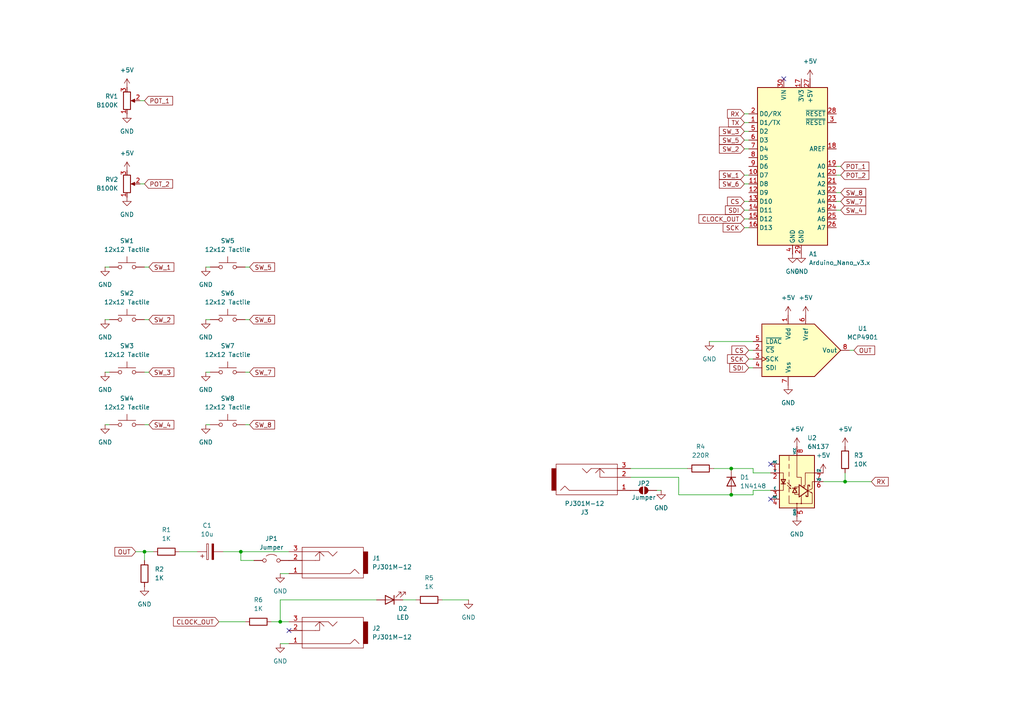
<source format=kicad_sch>
(kicad_sch (version 20231120) (generator "eeschema") (generator_version "8.0")
  (paper "A4")
  (lib_symbols
    (symbol "Analog_DAC:MCP4901" (pin_names (offset 1.016))
      (property "Reference" "U" (at 6.35 10.795 0))
      (property "Value" "MCP4901" (at 6.35 8.89 0))
      (symbol "MCP4901_0_0"
        (polyline (pts (xy 15.24 0) (xy 7.62 7.62) (xy -7.62 7.62) (xy -7.62 -7.62) (xy 7.62 -7.62) (xy 15.24 0)) (stroke (width 0.254)) (fill (type background)))
      )
      (symbol "MCP4901_1_1"
        (pin power_in line (at 0 10.16 270) (length 2.54) (name "Vdd") (number "1"))
        (pin input line (at -10.16 0 0) (length 2.54) (name "~{CS}") (number "2"))
        (pin input clock (at -10.16 -2.54 0) (length 2.54) (name "SCK") (number "3"))
        (pin input line (at -10.16 -5.08 0) (length 2.54) (name "SDI") (number "4"))
        (pin input line (at -10.16 2.54 0) (length 2.54) (name "~{LDAC}") (number "5"))
        (pin power_in line (at 5.08 10.16 270) (length 2.54) (name "Vref") (number "6"))
        (pin power_in line (at 0 -10.16 90) (length 2.54) (name "Vss") (number "7"))
        (pin output line (at 17.78 0 180) (length 2.54) (name "Vout") (number "8"))
      )
    )
    (symbol "Device:C_Polarized" (pin_numbers hide) (pin_names (offset 0.254))
      (property "Reference" "C" (at 0.635 2.54 0))
      (property "Value" "C_Polarized" (at 0.635 -2.54 0))
      (symbol "C_Polarized_0_1"
        (rectangle (start -2.286 0.508) (end 2.286 1.016))
        (polyline (pts (xy -1.778 2.286) (xy -0.762 2.286)))
        (polyline (pts (xy -1.27 2.794) (xy -1.27 1.778)))
        (rectangle (start 2.286 -0.508) (end -2.286 -1.016) (fill (type outline)))
      )
      (symbol "C_Polarized_1_1"
        (pin passive line (at 0 3.81 270) (length 2.794) (name "~") (number "1"))
        (pin passive line (at 0 -3.81 90) (length 2.794) (name "~") (number "2"))
      )
    )
    (symbol "Device:LED" (pin_numbers hide) (pin_names (offset 1.016) hide)
      (property "Reference" "D" (at 0 2.54 0))
      (property "Value" "LED" (at 0 -2.54 0))
      (symbol "LED_0_1"
        (polyline (pts (xy -1.27 -1.27) (xy -1.27 1.27)) (stroke (width 0.254)))
        (polyline (pts (xy -1.27 0) (xy 1.27 0)))
        (polyline (pts (xy 1.27 -1.27) (xy 1.27 1.27) (xy -1.27 0) (xy 1.27 -1.27)) (stroke (width 0.254)))
        (polyline (pts (xy -3.048 -0.762) (xy -4.572 -2.286) (xy -3.81 -2.286) (xy -4.572 -2.286) (xy -4.572 -1.524)))
        (polyline (pts (xy -1.778 -0.762) (xy -3.302 -2.286) (xy -2.54 -2.286) (xy -3.302 -2.286) (xy -3.302 -1.524)))
      )
      (symbol "LED_1_1"
        (pin passive line (at -3.81 0 0) (length 2.54) (name "K") (number "1"))
        (pin passive line (at 3.81 0 180) (length 2.54) (name "A") (number "2"))
      )
    )
    (symbol "Device:R" (pin_numbers hide) (pin_names (offset 0))
      (property "Reference" "R" (at 2.032 0 90))
      (property "Value" "R" (at 0 0 90))
      (symbol "R_0_1"
        (rectangle (start -1.016 -2.54) (end 1.016 2.54) (stroke (width 0.254)))
      )
      (symbol "R_1_1"
        (pin passive line (at 0 3.81 270) (length 1.27) (name "~") (number "1"))
        (pin passive line (at 0 -3.81 90) (length 1.27) (name "~") (number "2"))
      )
    )
    (symbol "Device:R_Potentiometer" (pin_names (offset 1.016) hide)
      (property "Reference" "RV" (at -4.445 0 90))
      (property "Value" "R_Potentiometer" (at -2.54 0 90))
      (symbol "R_Potentiometer_0_1"
        (polyline (pts (xy 2.54 0) (xy 1.524 0)))
        (polyline (pts (xy 1.143 0) (xy 2.286 0.508) (xy 2.286 -0.508) (xy 1.143 0)) (fill (type outline)))
        (rectangle (start 1.016 2.54) (end -1.016 -2.54) (stroke (width 0.254)))
      )
      (symbol "R_Potentiometer_1_1"
        (pin passive line (at 0 3.81 270) (length 1.27) (name "1") (number "1"))
        (pin passive line (at 3.81 0 180) (length 1.27) (name "2") (number "2"))
        (pin passive line (at 0 -3.81 90) (length 1.27) (name "3") (number "3"))
      )
    )
    (symbol "Diode:1N4148" (pin_numbers hide) (pin_names hide)
      (property "Reference" "D" (at 0 2.54 0))
      (property "Value" "1N4148" (at 0 -2.54 0))
      (symbol "1N4148_0_1"
        (polyline (pts (xy -1.27 1.27) (xy -1.27 -1.27)) (stroke (width 0.254)))
        (polyline (pts (xy 1.27 0) (xy -1.27 0)))
        (polyline (pts (xy 1.27 1.27) (xy 1.27 -1.27) (xy -1.27 0) (xy 1.27 1.27)) (stroke (width 0.254)))
      )
      (symbol "1N4148_1_1"
        (pin passive line (at -3.81 0 0) (length 2.54) (name "K") (number "1"))
        (pin passive line (at 3.81 0 180) (length 2.54) (name "A") (number "2"))
      )
    )
    (symbol "Isolator:6N137" (pin_names (offset 0))
      (property "Reference" "U" (at -4.064 8.89 0))
      (property "Value" "6N137" (at 0 -8.89 0))
      (symbol "6N137_0_1"
        (polyline (pts (xy 0 -6.35) (xy -2.286 -6.35) (xy -2.286 -4.064)))
        (polyline (pts (xy -5.08 -2.54) (xy -3.937 -2.54) (xy -3.937 2.54) (xy -5.08 2.54)))
        (polyline (pts (xy 1.27 -5.08) (xy 1.27 -6.35) (xy 0 -6.35) (xy 0 -7.62)))
        (polyline (pts (xy 3.175 -2.667) (xy 0.635 -4.445) (xy 0.635 -0.889) (xy 3.175 -2.667)) (stroke (width 0.254)))
        (polyline (pts (xy -2.794 -1.016) (xy -1.717 -2.093) (xy -2.076 -1.914) (xy -1.896 -1.734) (xy -1.717 -2.093)))
        (polyline (pts (xy -2.794 -0.254) (xy -1.717 -1.331) (xy -2.076 -1.152) (xy -1.896 -0.972) (xy -1.717 -1.331)))
      )
      (symbol "6N137_1_1"
        (rectangle (start -5.08 7.62) (end 5.08 -7.62) (stroke (width 0.254)) (fill (type background)))
        (circle (center 0 -6.35) (radius 0.127) (fill (type outline)))
        (polyline (pts (xy -4.572 -0.635) (xy -3.302 -0.635)) (stroke (width 0.254)))
        (polyline (pts (xy -2.286 -1.778) (xy -2.286 -3.048)))
        (polyline (pts (xy -2.286 0.508) (xy -2.286 -0.762)))
        (polyline (pts (xy -2.286 2.794) (xy -2.286 1.524)))
        (polyline (pts (xy -2.286 5.08) (xy -2.286 3.81)))
        (polyline (pts (xy -2.286 7.366) (xy -2.286 6.096)))
        (polyline (pts (xy -1.27 -1.905) (xy 0 -1.905)) (stroke (width 0.254)))
        (polyline (pts (xy -0.635 -3.302) (xy -0.635 -3.683) (xy 0.635 -3.683)))
        (polyline (pts (xy -0.635 -1.905) (xy -0.635 -1.524) (xy 0.508 -1.524)))
        (polyline (pts (xy 1.27 -4.064) (xy 1.27 -6.35) (xy 4.445 -6.35)))
        (polyline (pts (xy 3.175 -2.667) (xy 4.445 -3.302) (xy 4.445 -6.35)))
        (polyline (pts (xy -3.937 -0.635) (xy -4.572 0.635) (xy -3.302 0.635) (xy -3.937 -0.635)) (stroke (width 0.254)))
        (polyline (pts (xy -0.635 -1.905) (xy -1.27 -3.175) (xy 0 -3.175) (xy -0.635 -1.905)) (stroke (width 0.254)))
        (polyline (pts (xy 1.27 -1.27) (xy 1.27 1.27) (xy 0 1.27) (xy 0 7.62)))
        (polyline (pts (xy 2.1844 -1.1684) (xy 2.413 -0.889) (xy 2.413 2.54) (xy 5.08 2.54)))
        (polyline (pts (xy 3.175 -2.667) (xy 3.175 -4.318) (xy 2.667 -4.318) (xy 2.667 -3.937)) (stroke (width 0.254)))
        (polyline (pts (xy 3.175 -2.667) (xy 3.175 -1.016) (xy 3.683 -1.016) (xy 3.683 -1.397)) (stroke (width 0.254)))
        (polyline (pts (xy 3.175 -2.667) (xy 4.445 -2.032) (xy 4.445 0) (xy 5.08 0)))
        (polyline (pts (xy 4.445 -3.302) (xy 4.161 -3.018) (xy 4.047 -3.246) (xy 4.445 -3.302)) (stroke (width 0.127)) (fill (type outline)))
        (circle (center 1.27 -6.35) (radius 0.127) (fill (type outline)))
        (circle (center 2.032 -1.397) (radius 0.254))
        (pin passive line (at -7.62 5.08 0) (length 2.54) (name "NC") (number "1"))
        (pin passive line (at -7.62 2.54 0) (length 2.54) (name "A") (number "2"))
        (pin passive line (at -7.62 -2.54 0) (length 2.54) (name "C") (number "3"))
        (pin passive line (at -7.62 -5.08 0) (length 2.54) (name "NC") (number "4"))
        (pin power_in line (at 0 -10.16 90) (length 2.54) (name "GND") (number "5"))
        (pin open_collector line (at 7.62 0 180) (length 2.54) (name "VO") (number "6"))
        (pin input line (at 7.62 2.54 180) (length 2.54) (name "EN") (number "7"))
        (pin power_in line (at 0 10.16 270) (length 2.54) (name "VCC") (number "8"))
      )
    )
    (symbol "Jumper:Jumper_2_Open" (pin_numbers hide) (pin_names (offset 0) hide) (exclude_from_sim yes)
      (property "Reference" "JP" (at 0 2.794 0))
      (property "Value" "Jumper_2_Open" (at 0 -2.286 0))
      (symbol "Jumper_2_Open_0_0"
        (circle (center -2.032 0) (radius 0.508))
        (circle (center 2.032 0) (radius 0.508))
      )
      (symbol "Jumper_2_Open_0_1"
        (arc (start 1.524 1.27) (mid 0 1.778) (end -1.524 1.27))
      )
      (symbol "Jumper_2_Open_1_1"
        (pin passive line (at -5.08 0 0) (length 2.54) (name "A") (number "1"))
        (pin passive line (at 5.08 0 180) (length 2.54) (name "B") (number "2"))
      )
    )
    (symbol "Jumper:SolderJumper_2_Open" (pin_numbers hide) (pin_names (offset 0) hide) (exclude_from_sim yes) (in_bom no)
      (property "Reference" "JP" (at 0 2.032 0))
      (property "Value" "SolderJumper_2_Open" (at 0 -2.54 0))
      (symbol "SolderJumper_2_Open_0_1"
        (arc (start -0.254 1.016) (mid -1.2656 0) (end -0.254 -1.016))
        (arc (start -0.254 1.016) (mid -1.2656 0) (end -0.254 -1.016) (fill (type outline)))
        (polyline (pts (xy -0.254 1.016) (xy -0.254 -1.016)))
        (polyline (pts (xy 0.254 1.016) (xy 0.254 -1.016)))
        (arc (start 0.254 -1.016) (mid 1.2656 0) (end 0.254 1.016))
        (arc (start 0.254 -1.016) (mid 1.2656 0) (end 0.254 1.016) (fill (type outline)))
      )
      (symbol "SolderJumper_2_Open_1_1"
        (pin passive line (at -3.81 0 0) (length 2.54) (name "A") (number "1"))
        (pin passive line (at 3.81 0 180) (length 2.54) (name "B") (number "2"))
      )
    )
    (symbol "MCU_Module:Arduino_Nano_v3.x"
      (property "Reference" "A" (at -10.16 23.495 0))
      (property "Value" "Arduino_Nano_v3.x" (at 5.08 -24.13 0))
      (symbol "Arduino_Nano_v3.x_0_1"
        (rectangle (start -10.16 22.86) (end 10.16 -22.86) (stroke (width 0.254)) (fill (type background)))
      )
      (symbol "Arduino_Nano_v3.x_1_1"
        (pin bidirectional line (at -12.7 12.7 0) (length 2.54) (name "D1/TX") (number "1"))
        (pin bidirectional line (at -12.7 -2.54 0) (length 2.54) (name "D7") (number "10"))
        (pin bidirectional line (at -12.7 -5.08 0) (length 2.54) (name "D8") (number "11"))
        (pin bidirectional line (at -12.7 -7.62 0) (length 2.54) (name "D9") (number "12"))
        (pin bidirectional line (at -12.7 -10.16 0) (length 2.54) (name "D10") (number "13"))
        (pin bidirectional line (at -12.7 -12.7 0) (length 2.54) (name "D11") (number "14"))
        (pin bidirectional line (at -12.7 -15.24 0) (length 2.54) (name "D12") (number "15"))
        (pin bidirectional line (at -12.7 -17.78 0) (length 2.54) (name "D13") (number "16"))
        (pin power_out line (at 2.54 25.4 270) (length 2.54) (name "3V3") (number "17"))
        (pin input line (at 12.7 5.08 180) (length 2.54) (name "AREF") (number "18"))
        (pin bidirectional line (at 12.7 0 180) (length 2.54) (name "A0") (number "19"))
        (pin bidirectional line (at -12.7 15.24 0) (length 2.54) (name "D0/RX") (number "2"))
        (pin bidirectional line (at 12.7 -2.54 180) (length 2.54) (name "A1") (number "20"))
        (pin bidirectional line (at 12.7 -5.08 180) (length 2.54) (name "A2") (number "21"))
        (pin bidirectional line (at 12.7 -7.62 180) (length 2.54) (name "A3") (number "22"))
        (pin bidirectional line (at 12.7 -10.16 180) (length 2.54) (name "A4") (number "23"))
        (pin bidirectional line (at 12.7 -12.7 180) (length 2.54) (name "A5") (number "24"))
        (pin bidirectional line (at 12.7 -15.24 180) (length 2.54) (name "A6") (number "25"))
        (pin bidirectional line (at 12.7 -17.78 180) (length 2.54) (name "A7") (number "26"))
        (pin power_out line (at 5.08 25.4 270) (length 2.54) (name "+5V") (number "27"))
        (pin input line (at 12.7 15.24 180) (length 2.54) (name "~{RESET}") (number "28"))
        (pin power_in line (at 2.54 -25.4 90) (length 2.54) (name "GND") (number "29"))
        (pin input line (at 12.7 12.7 180) (length 2.54) (name "~{RESET}") (number "3"))
        (pin power_in line (at -2.54 25.4 270) (length 2.54) (name "VIN") (number "30"))
        (pin power_in line (at 0 -25.4 90) (length 2.54) (name "GND") (number "4"))
        (pin bidirectional line (at -12.7 10.16 0) (length 2.54) (name "D2") (number "5"))
        (pin bidirectional line (at -12.7 7.62 0) (length 2.54) (name "D3") (number "6"))
        (pin bidirectional line (at -12.7 5.08 0) (length 2.54) (name "D4") (number "7"))
        (pin bidirectional line (at -12.7 2.54 0) (length 2.54) (name "D5") (number "8"))
        (pin bidirectional line (at -12.7 0 0) (length 2.54) (name "D6") (number "9"))
      )
    )
    (symbol "Switch:SW_Push" (pin_numbers hide) (pin_names (offset 1.016) hide)
      (property "Reference" "SW" (at 1.27 2.54 0))
      (property "Value" "SW_Push" (at 0 -1.524 0))
      (symbol "SW_Push_0_1"
        (circle (center -2.032 0) (radius 0.508))
        (polyline (pts (xy 0 1.27) (xy 0 3.048)))
        (polyline (pts (xy 2.54 1.27) (xy -2.54 1.27)))
        (circle (center 2.032 0) (radius 0.508))
        (pin passive line (at -5.08 0 0) (length 2.54) (name "1") (number "1"))
        (pin passive line (at 5.08 0 180) (length 2.54) (name "2") (number "2"))
      )
    )
    (symbol "eurocad:PJ301M-12" (pin_names (offset 1.016))
      (property "Reference" "J" (at -8.89 -5.08 0))
      (property "Value" "PJ301M-12" (at -3.81 6.35 0))
      (symbol "PJ301M-12_0_1"
        (rectangle (start -11.43 3.81) (end -10.16 -2.54) (fill (type outline)))
        (polyline (pts (xy 3.81 0) (xy 7.62 0) (xy 7.62 0)))
        (polyline (pts (xy 0 -2.54) (xy -1.27 -1.27) (xy -2.54 -2.54) (xy -2.54 -2.54)))
        (polyline (pts (xy 0 -2.54) (xy 7.62 -2.54) (xy 7.62 -2.54) (xy 7.62 -2.54)))
        (polyline (pts (xy 1.27 -1.27) (xy 2.54 -2.54) (xy 3.81 -1.27) (xy 3.81 -1.27)))
        (polyline (pts (xy 3.81 0) (xy 2.54 0) (xy 2.54 -2.54) (xy 2.54 -2.54)))
        (polyline (pts (xy 7.62 3.81) (xy -6.35 3.81) (xy -7.62 2.54) (xy -8.89 3.81) (xy -8.89 3.81)))
        (rectangle (start 7.62 -3.81) (end -10.16 5.08))
      )
      (symbol "PJ301M-12_1_1"
        (pin passive line (at 11.43 3.81 180) (length 3.81) (name "~") (number "1"))
        (pin passive line (at 11.43 0 180) (length 3.81) (name "~") (number "2"))
        (pin passive line (at 11.43 -2.54 180) (length 3.81) (name "~") (number "3"))
      )
    )
    (symbol "power:+5V" (power) (pin_numbers hide) (pin_names (offset 0) hide)
      (property "Value" "+5V" (at 0 3.556 0))
      (symbol "+5V_0_1"
        (polyline (pts (xy -0.762 1.27) (xy 0 2.54)))
        (polyline (pts (xy 0 0) (xy 0 2.54)))
        (polyline (pts (xy 0 2.54) (xy 0.762 1.27)))
      )
      (symbol "+5V_1_1"
        (pin power_in line (at 0 0 90) (length 0) (name "~") (number "1"))
      )
    )
    (symbol "power:GND" (power) (pin_numbers hide) (pin_names (offset 0) hide)
      (property "Value" "GND" (at 0 -3.81 0))
      (symbol "GND_0_1"
        (polyline (pts (xy 0 0) (xy 0 -1.27) (xy 1.27 -1.27) (xy 0 -2.54) (xy -1.27 -1.27) (xy 0 -1.27)))
      )
      (symbol "GND_1_1"
        (pin power_in line (at 0 0 270) (length 0) (name "~") (number "1"))
      )
    )
  )
  (junction (at 41.91 160.02))
  (junction (at 212.09 143.51))
  (junction (at 69.85 160.02))
  (junction (at 212.09 135.89))
  (junction (at 81.28 180.34))
  (junction (at 245.11 139.7))
  (no_connect (at 223.52 144.78))
  (no_connect (at 227.33 22.86))
  (no_connect (at 223.52 134.62))
  (no_connect (at 83.82 182.88))
  (wire (pts (xy 182.88 138.43) (xy 196.85 138.43)))
  (wire (pts (xy 73.66 162.56) (xy 69.85 162.56)))
  (wire (pts (xy 245.11 137.16) (xy 245.11 139.7)))
  (wire (pts (xy 43.18 92.71) (xy 41.91 92.71)))
  (wire (pts (xy 217.17 104.14) (xy 218.44 104.14)))
  (wire (pts (xy 247.65 101.6) (xy 246.38 101.6)))
  (wire (pts (xy 196.85 138.43) (xy 196.85 143.51)))
  (wire (pts (xy 135.89 173.99) (xy 128.27 173.99)))
  (wire (pts (xy 218.44 137.16) (xy 218.44 135.89)))
  (wire (pts (xy 69.85 160.02) (xy 83.82 160.02)))
  (wire (pts (xy 223.52 142.24) (xy 218.44 142.24)))
  (wire (pts (xy 81.28 166.37) (xy 83.82 166.37)))
  (wire (pts (xy 215.9 43.18) (xy 217.17 43.18)))
  (wire (pts (xy 218.44 142.24) (xy 218.44 143.51)))
  (wire (pts (xy 215.9 60.96) (xy 217.17 60.96)))
  (wire (pts (xy 81.28 173.99) (xy 81.28 180.34)))
  (wire (pts (xy 69.85 162.56) (xy 69.85 160.02)))
  (wire (pts (xy 81.28 180.34) (xy 83.82 180.34)))
  (wire (pts (xy 243.84 58.42) (xy 242.57 58.42)))
  (wire (pts (xy 59.69 107.95) (xy 60.96 107.95)))
  (wire (pts (xy 41.91 160.02) (xy 44.45 160.02)))
  (wire (pts (xy 243.84 60.96) (xy 242.57 60.96)))
  (wire (pts (xy 215.9 35.56) (xy 217.17 35.56)))
  (wire (pts (xy 39.37 160.02) (xy 41.91 160.02)))
  (wire (pts (xy 43.18 107.95) (xy 41.91 107.95)))
  (wire (pts (xy 57.15 160.02) (xy 52.07 160.02)))
  (wire (pts (xy 215.9 58.42) (xy 217.17 58.42)))
  (wire (pts (xy 30.48 123.19) (xy 31.75 123.19)))
  (wire (pts (xy 41.91 29.21) (xy 40.64 29.21)))
  (wire (pts (xy 81.28 186.69) (xy 83.82 186.69)))
  (wire (pts (xy 218.44 135.89) (xy 212.09 135.89)))
  (wire (pts (xy 43.18 123.19) (xy 41.91 123.19)))
  (wire (pts (xy 72.39 123.19) (xy 71.12 123.19)))
  (wire (pts (xy 59.69 77.47) (xy 60.96 77.47)))
  (wire (pts (xy 243.84 50.8) (xy 242.57 50.8)))
  (wire (pts (xy 41.91 53.34) (xy 40.64 53.34)))
  (wire (pts (xy 191.77 142.24) (xy 190.5 142.24)))
  (wire (pts (xy 43.18 77.47) (xy 41.91 77.47)))
  (wire (pts (xy 196.85 143.51) (xy 212.09 143.51)))
  (wire (pts (xy 205.74 99.06) (xy 218.44 99.06)))
  (wire (pts (xy 182.88 135.89) (xy 199.39 135.89)))
  (wire (pts (xy 30.48 107.95) (xy 31.75 107.95)))
  (wire (pts (xy 64.77 160.02) (xy 69.85 160.02)))
  (wire (pts (xy 215.9 53.34) (xy 217.17 53.34)))
  (wire (pts (xy 81.28 173.99) (xy 109.22 173.99)))
  (wire (pts (xy 215.9 50.8) (xy 217.17 50.8)))
  (wire (pts (xy 243.84 55.88) (xy 242.57 55.88)))
  (wire (pts (xy 41.91 160.02) (xy 41.91 162.56)))
  (wire (pts (xy 30.48 92.71) (xy 31.75 92.71)))
  (wire (pts (xy 78.74 180.34) (xy 81.28 180.34)))
  (wire (pts (xy 245.11 139.7) (xy 238.76 139.7)))
  (wire (pts (xy 207.01 135.89) (xy 212.09 135.89)))
  (wire (pts (xy 71.12 180.34) (xy 63.5 180.34)))
  (wire (pts (xy 72.39 92.71) (xy 71.12 92.71)))
  (wire (pts (xy 215.9 33.02) (xy 217.17 33.02)))
  (wire (pts (xy 59.69 92.71) (xy 60.96 92.71)))
  (wire (pts (xy 30.48 77.47) (xy 31.75 77.47)))
  (wire (pts (xy 120.65 173.99) (xy 116.84 173.99)))
  (wire (pts (xy 217.17 101.6) (xy 218.44 101.6)))
  (wire (pts (xy 59.69 123.19) (xy 60.96 123.19)))
  (wire (pts (xy 215.9 38.1) (xy 217.17 38.1)))
  (wire (pts (xy 215.9 66.04) (xy 217.17 66.04)))
  (wire (pts (xy 72.39 107.95) (xy 71.12 107.95)))
  (wire (pts (xy 217.17 106.68) (xy 218.44 106.68)))
  (wire (pts (xy 223.52 137.16) (xy 218.44 137.16)))
  (wire (pts (xy 243.84 48.26) (xy 242.57 48.26)))
  (wire (pts (xy 218.44 143.51) (xy 212.09 143.51)))
  (wire (pts (xy 245.11 139.7) (xy 252.73 139.7)))
  (wire (pts (xy 72.39 77.47) (xy 71.12 77.47)))
  (wire (pts (xy 215.9 63.5) (xy 217.17 63.5)))
  (wire (pts (xy 215.9 40.64) (xy 217.17 40.64)))
  (global_label "SW_1" (shape input) (at 43.18 77.47 0) (property "Intersheetrefs" "${INTERSHEET_REFS}" (effects (hide yes))))
  (global_label "SW_6" (shape input) (at 72.39 92.71 0) (property "Intersheetrefs" "${INTERSHEET_REFS}" (effects (hide yes))))
  (global_label "SW_5" (shape input) (at 72.39 77.47 0) (property "Intersheetrefs" "${INTERSHEET_REFS}" (effects (hide yes))))
  (global_label "CLOCK_OUT" (shape input) (at 215.9 63.5 180) (property "Intersheetrefs" "${INTERSHEET_REFS}" (effects (hide yes))))
  (global_label "SW_3" (shape input) (at 215.9 38.1 180) (property "Intersheetrefs" "${INTERSHEET_REFS}" (effects (hide yes))))
  (global_label "SW_7" (shape input) (at 243.84 58.42 0) (property "Intersheetrefs" "${INTERSHEET_REFS}" (effects (hide yes))))
  (global_label "CS" (shape input) (at 215.9 58.42 180) (property "Intersheetrefs" "${INTERSHEET_REFS}" (effects (hide yes))))
  (global_label "SW_7" (shape input) (at 72.39 107.95 0) (property "Intersheetrefs" "${INTERSHEET_REFS}" (effects (hide yes))))
  (global_label "CS" (shape input) (at 217.17 101.6 180) (property "Intersheetrefs" "${INTERSHEET_REFS}" (effects (hide yes))))
  (global_label "SW_8" (shape input) (at 72.39 123.19 0) (property "Intersheetrefs" "${INTERSHEET_REFS}" (effects (hide yes))))
  (global_label "SW_6" (shape input) (at 215.9 53.34 180) (property "Intersheetrefs" "${INTERSHEET_REFS}" (effects (hide yes))))
  (global_label "SW_3" (shape input) (at 43.18 107.95 0) (property "Intersheetrefs" "${INTERSHEET_REFS}" (effects (hide yes))))
  (global_label "TX" (shape input) (at 215.9 35.56 180) (property "Intersheetrefs" "${INTERSHEET_REFS}" (effects (hide yes))))
  (global_label "SCK" (shape input) (at 217.17 104.14 180) (property "Intersheetrefs" "${INTERSHEET_REFS}" (effects (hide yes))))
  (global_label "POT_2" (shape input) (at 41.91 53.34 0) (property "Intersheetrefs" "${INTERSHEET_REFS}" (effects (hide yes))))
  (global_label "SW_5" (shape input) (at 215.9 40.64 180) (property "Intersheetrefs" "${INTERSHEET_REFS}" (effects (hide yes))))
  (global_label "POT_2" (shape input) (at 243.84 50.8 0) (property "Intersheetrefs" "${INTERSHEET_REFS}" (effects (hide yes))))
  (global_label "RX" (shape input) (at 215.9 33.02 180) (property "Intersheetrefs" "${INTERSHEET_REFS}" (effects (hide yes))))
  (global_label "SCK" (shape input) (at 215.9 66.04 180) (property "Intersheetrefs" "${INTERSHEET_REFS}" (effects (hide yes))))
  (global_label "OUT" (shape input) (at 247.65 101.6 0) (property "Intersheetrefs" "${INTERSHEET_REFS}" (effects (hide yes))))
  (global_label "SW_4" (shape input) (at 243.84 60.96 0) (property "Intersheetrefs" "${INTERSHEET_REFS}" (effects (hide yes))))
  (global_label "POT_1" (shape input) (at 243.84 48.26 0) (property "Intersheetrefs" "${INTERSHEET_REFS}" (effects (hide yes))))
  (global_label "CLOCK_OUT" (shape input) (at 63.5 180.34 180) (property "Intersheetrefs" "${INTERSHEET_REFS}" (effects (hide yes))))
  (global_label "SW_1" (shape input) (at 215.9 50.8 180) (property "Intersheetrefs" "${INTERSHEET_REFS}" (effects (hide yes))))
  (global_label "POT_1" (shape input) (at 41.91 29.21 0) (property "Intersheetrefs" "${INTERSHEET_REFS}" (effects (hide yes))))
  (global_label "SW_2" (shape input) (at 43.18 92.71 0) (property "Intersheetrefs" "${INTERSHEET_REFS}" (effects (hide yes))))
  (global_label "SDI" (shape input) (at 215.9 60.96 180) (property "Intersheetrefs" "${INTERSHEET_REFS}" (effects (hide yes))))
  (global_label "SDI" (shape input) (at 217.17 106.68 180) (property "Intersheetrefs" "${INTERSHEET_REFS}" (effects (hide yes))))
  (global_label "SW_4" (shape input) (at 43.18 123.19 0) (property "Intersheetrefs" "${INTERSHEET_REFS}" (effects (hide yes))))
  (global_label "RX" (shape input) (at 252.73 139.7 0) (property "Intersheetrefs" "${INTERSHEET_REFS}" (effects (hide yes))))
  (global_label "OUT" (shape input) (at 39.37 160.02 180) (property "Intersheetrefs" "${INTERSHEET_REFS}" (effects (hide yes))))
  (global_label "SW_2" (shape input) (at 215.9 43.18 180) (property "Intersheetrefs" "${INTERSHEET_REFS}" (effects (hide yes))))
  (global_label "SW_8" (shape input) (at 243.84 55.88 0) (property "Intersheetrefs" "${INTERSHEET_REFS}" (effects (hide yes))))
  (symbol (lib_id "power:+5V") (at 228.6 91.44 0) (unit 1)
    (property "Reference" "#PWR016" (effects (hide yes)))
    (property "Value" "+5V" (at 228.6 86.36 0))
    (property "Description" "Power symbol creates a global label with name \"+5V\"" (effects (hide yes)))
  )
  (symbol (lib_id "Switch:SW_Push") (at 66.04 77.47 0) (unit 1)
    (property "Reference" "SW5" (at 66.04 69.85 0))
    (property "Value" "12x12 Tactile" (at 66.04 72.39 0))
    (property "Footprint" "Button_Switch_THT:SW_PUSH-12mm" (effects (hide yes)))
    (property "Description" "Push button switch, generic, two pins" (effects (hide yes)))
  )
  (symbol (lib_id "power:GND") (at 81.28 166.37 0) (unit 1)
    (property "Reference" "#PWR021" (effects (hide yes)))
    (property "Value" "GND" (at 81.28 171.45 0))
    (property "Description" "Power symbol creates a global label with name \"GND\" , ground" (effects (hide yes)))
  )
  (symbol (lib_id "power:+5V") (at 36.83 49.53 0) (unit 1)
    (property "Reference" "#PWR06" (effects (hide yes)))
    (property "Value" "+5V" (at 36.83 44.45 0))
    (property "Description" "Power symbol creates a global label with name \"+5V\"" (effects (hide yes)))
  )
  (symbol (lib_id "power:GND") (at 59.69 77.47 0) (unit 1)
    (property "Reference" "#PWR012" (effects (hide yes)))
    (property "Value" "GND" (at 59.69 82.55 0))
    (property "Description" "Power symbol creates a global label with name \"GND\" , ground" (effects (hide yes)))
  )
  (symbol (lib_id "power:GND") (at 59.69 107.95 0) (unit 1)
    (property "Reference" "#PWR014" (effects (hide yes)))
    (property "Value" "GND" (at 59.69 113.03 0))
    (property "Description" "Power symbol creates a global label with name \"GND\" , ground" (effects (hide yes)))
  )
  (symbol (lib_id "power:GND") (at 30.48 77.47 0) (unit 1)
    (property "Reference" "#PWR08" (effects (hide yes)))
    (property "Value" "GND" (at 30.48 82.55 0))
    (property "Description" "Power symbol creates a global label with name \"GND\" , ground" (effects (hide yes)))
  )
  (symbol (lib_id "Device:R") (at 48.26 160.02 90) (unit 1)
    (property "Reference" "R1" (at 48.26 153.67 90))
    (property "Value" "1K" (at 48.26 156.21 90))
    (property "Footprint" "Resistor_THT:R_Axial_DIN0207_L6.3mm_D2.5mm_P7.62mm_Horizontal" (effects (hide yes)))
    (property "Description" "Resistor" (effects (hide yes)))
  )
  (symbol (lib_id "power:GND") (at 81.28 186.69 0) (unit 1)
    (property "Reference" "#PWR022" (effects (hide yes)))
    (property "Value" "GND" (at 81.28 191.77 0))
    (property "Description" "Power symbol creates a global label with name \"GND\" , ground" (effects (hide yes)))
  )
  (symbol (lib_id "power:GND") (at 36.83 57.15 0) (unit 1)
    (property "Reference" "#PWR07" (effects (hide yes)))
    (property "Value" "GND" (at 36.83 62.23 0))
    (property "Description" "Power symbol creates a global label with name \"GND\" , ground" (effects (hide yes)))
  )
  (symbol (lib_id "Device:R_Potentiometer") (at 36.83 53.34 0) (mirror x) (unit 1)
    (property "Reference" "RV2" (at 34.29 52.0699 0) (effects (justify right)))
    (property "Value" "B100K" (at 34.29 54.6099 0) (effects (justify right)))
    (property "Footprint" "Potentiometer_THT:Potentiometer_Alpha_RD901F-40-00D_Single_Vertical" (effects (hide yes)))
    (property "Description" "Potentiometer" (effects (hide yes)))
  )
  (symbol (lib_id "eurocad:PJ301M-12") (at 95.25 162.56 180) (unit 1)
    (property "Reference" "J1" (at 107.95 161.9249 0) (effects (justify right)))
    (property "Value" "PJ301M-12" (at 107.95 164.4649 0) (effects (justify right)))
    (property "Footprint" "Eurocad:PJ301M-12" (effects (hide yes)))
  )
  (symbol (lib_id "power:+5V") (at 245.11 129.54 0) (unit 1)
    (property "Reference" "#PWR026" (effects (hide yes)))
    (property "Value" "+5V" (at 245.11 124.46 0))
    (property "Description" "Power symbol creates a global label with name \"+5V\"" (effects (hide yes)))
  )
  (symbol (lib_id "power:+5V") (at 36.83 25.4 0) (unit 1)
    (property "Reference" "#PWR04" (effects (hide yes)))
    (property "Value" "+5V" (at 36.83 20.32 0))
    (property "Description" "Power symbol creates a global label with name \"+5V\"" (effects (hide yes)))
  )
  (symbol (lib_id "Switch:SW_Push") (at 66.04 123.19 0) (unit 1)
    (property "Reference" "SW8" (at 66.04 115.57 0))
    (property "Value" "12x12 Tactile" (at 66.04 118.11 0))
    (property "Footprint" "Button_Switch_THT:SW_PUSH-12mm" (effects (hide yes)))
    (property "Description" "Push button switch, generic, two pins" (effects (hide yes)))
  )
  (symbol (lib_id "power:+5V") (at 234.95 22.86 0) (unit 1)
    (property "Reference" "#PWR03" (effects (hide yes)))
    (property "Value" "+5V" (at 234.95 17.78 0))
    (property "Description" "Power symbol creates a global label with name \"+5V\"" (effects (hide yes)))
  )
  (symbol (lib_id "Switch:SW_Push") (at 36.83 92.71 0) (unit 1)
    (property "Reference" "SW2" (at 36.83 85.09 0))
    (property "Value" "12x12 Tactile" (at 36.83 87.63 0))
    (property "Footprint" "Button_Switch_THT:SW_PUSH-12mm" (effects (hide yes)))
    (property "Description" "Push button switch, generic, two pins" (effects (hide yes)))
  )
  (symbol (lib_id "power:GND") (at 30.48 107.95 0) (unit 1)
    (property "Reference" "#PWR010" (effects (hide yes)))
    (property "Value" "GND" (at 30.48 113.03 0))
    (property "Description" "Power symbol creates a global label with name \"GND\" , ground" (effects (hide yes)))
  )
  (symbol (lib_id "Device:R") (at 41.91 166.37 180) (unit 1)
    (property "Reference" "R2" (at 44.8788 165.0999 0) (effects (justify right)))
    (property "Value" "1K" (at 44.8788 167.6399 0) (effects (justify right)))
    (property "Footprint" "Resistor_THT:R_Axial_DIN0207_L6.3mm_D2.5mm_P7.62mm_Horizontal" (effects (hide yes)))
    (property "Description" "Resistor" (effects (hide yes)))
  )
  (symbol (lib_id "Switch:SW_Push") (at 66.04 107.95 0) (unit 1)
    (property "Reference" "SW7" (at 66.04 100.33 0))
    (property "Value" "12x12 Tactile" (at 66.04 102.87 0))
    (property "Footprint" "Button_Switch_THT:SW_PUSH-12mm" (effects (hide yes)))
    (property "Description" "Push button switch, generic, two pins" (effects (hide yes)))
  )
  (symbol (lib_id "Switch:SW_Push") (at 36.83 123.19 0) (unit 1)
    (property "Reference" "SW4" (at 36.83 115.57 0))
    (property "Value" "12x12 Tactile" (at 36.83 118.11 0))
    (property "Footprint" "Button_Switch_THT:SW_PUSH-12mm" (effects (hide yes)))
    (property "Description" "Push button switch, generic, two pins" (effects (hide yes)))
  )
  (symbol (lib_id "Device:LED") (at 113.03 173.99 180) (unit 1)
    (property "Reference" "D2" (at 116.84 176.53 0))
    (property "Value" "LED" (at 116.84 179.07 0))
    (property "Footprint" "LED_THT:LED_D5.0mm" (effects (hide yes)))
    (property "Description" "Light emitting diode" (effects (hide yes)))
  )
  (symbol (lib_id "Diode:1N4148") (at 212.09 139.7 270) (unit 1)
    (property "Reference" "D1" (at 214.63 138.4299 90) (effects (justify left)))
    (property "Value" "1N4148" (at 214.63 140.9699 90) (effects (justify left)))
    (property "Footprint" "Diode_THT:D_DO-35_SOD27_P7.62mm_Horizontal" (effects (hide yes)))
    (property "Datasheet" "https://assets.nexperia.com/documents/data-sheet/1N4148_1N4448.pdf" (effects (hide yes)))
    (property "Description" "100V 0.15A standard switching diode, DO-35" (effects (hide yes)))
    (property "Sim.Device" "D" (effects (hide yes)))
    (property "Sim.Pins" "1=K 2=A" (effects (hide yes)))
  )
  (symbol (lib_id "eurocad:PJ301M-12") (at 95.25 182.88 180) (unit 1)
    (property "Reference" "J2" (at 107.95 182.2449 0) (effects (justify right)))
    (property "Value" "PJ301M-12" (at 107.95 184.7849 0) (effects (justify right)))
    (property "Footprint" "Eurocad:PJ301M-12" (effects (hide yes)))
  )
  (symbol (lib_id "Device:R") (at 245.11 133.35 180) (unit 1)
    (property "Reference" "R3" (at 247.65 132.0799 0) (effects (justify right)))
    (property "Value" "10K" (at 247.65 134.6199 0) (effects (justify right)))
    (property "Footprint" "Resistor_THT:R_Axial_DIN0207_L6.3mm_D2.5mm_P7.62mm_Horizontal" (effects (hide yes)))
    (property "Description" "Resistor" (effects (hide yes)))
  )
  (symbol (lib_id "power:GND") (at 228.6 111.76 0) (unit 1)
    (property "Reference" "#PWR017" (effects (hide yes)))
    (property "Value" "GND" (at 228.6 116.84 0))
    (property "Description" "Power symbol creates a global label with name \"GND\" , ground" (effects (hide yes)))
  )
  (symbol (lib_id "power:GND") (at 232.41 73.66 0) (unit 1)
    (property "Reference" "#PWR01" (effects (hide yes)))
    (property "Value" "GND" (at 232.41 78.74 0))
    (property "Description" "Power symbol creates a global label with name \"GND\" , ground" (effects (hide yes)))
  )
  (symbol (lib_id "MCU_Module:Arduino_Nano_v3.x") (at 229.87 48.26 0) (unit 1)
    (property "Reference" "A1" (at 234.6041 73.66 0) (effects (justify left)))
    (property "Value" "Arduino_Nano_v3.x" (at 234.6041 76.2 0) (effects (justify left)))
    (property "Footprint" "Module:Arduino_Nano" (effects (hide yes)))
    (property "Datasheet" "http://www.mouser.com/pdfdocs/Gravitech_Arduino_Nano3_0.pdf" (effects (hide yes)))
    (property "Description" "Arduino Nano v3.x" (effects (hide yes)))
  )
  (symbol (lib_id "Jumper:SolderJumper_2_Open") (at 186.69 142.24 0) (unit 1) (exclude_from_sim yes) (in_bom no)
    (property "Reference" "JP2" (at 186.69 140.208 0))
    (property "Value" "Jumper" (at 186.69 144.272 0))
    (property "Footprint" "Jumper:SolderJumper-2_P1.3mm_Open_RoundedPad1.0x1.5mm" (effects (hide yes)))
    (property "Description" "Solder Jumper, 2-pole, open" (effects (hide yes)))
  )
  (symbol (lib_id "Switch:SW_Push") (at 36.83 107.95 0) (unit 1)
    (property "Reference" "SW3" (at 36.83 100.33 0))
    (property "Value" "12x12 Tactile" (at 36.83 102.87 0))
    (property "Footprint" "Button_Switch_THT:SW_PUSH-12mm" (effects (hide yes)))
    (property "Description" "Push button switch, generic, two pins" (effects (hide yes)))
  )
  (symbol (lib_id "Device:C_Polarized") (at 60.96 160.02 90) (unit 1)
    (property "Reference" "C1" (at 60.071 152.4 90))
    (property "Value" "10u" (at 60.071 154.94 90))
    (property "Footprint" "Capacitor_THT:CP_Radial_D5.0mm_P2.50mm" (effects (hide yes)))
    (property "Description" "Polarized capacitor" (effects (hide yes)))
  )
  (symbol (lib_id "power:GND") (at 30.48 123.19 0) (unit 1)
    (property "Reference" "#PWR011" (effects (hide yes)))
    (property "Value" "GND" (at 30.48 128.27 0))
    (property "Description" "Power symbol creates a global label with name \"GND\" , ground" (effects (hide yes)))
  )
  (symbol (lib_id "power:GND") (at 59.69 123.19 0) (unit 1)
    (property "Reference" "#PWR015" (effects (hide yes)))
    (property "Value" "GND" (at 59.69 128.27 0))
    (property "Description" "Power symbol creates a global label with name \"GND\" , ground" (effects (hide yes)))
  )
  (symbol (lib_id "Analog_DAC:MCP4901") (at 228.6 101.6 0) (unit 1)
    (property "Reference" "U1" (at 250.19 95.2814 0))
    (property "Value" "MCP4901" (at 250.19 97.8214 0))
    (property "Footprint" "Package_DIP:DIP-8_W7.62mm" (effects (hide yes)))
    (property "Datasheet" "http://ww1.microchip.com/downloads/en/DeviceDoc/22248a.pdf" (effects (hide yes)))
    (property "Description" "8-Bit D/A Converters with SPI Interface" (effects (hide yes)))
  )
  (symbol (lib_id "power:GND") (at 191.77 142.24 0) (unit 1)
    (property "Reference" "#PWR027" (effects (hide yes)))
    (property "Value" "GND" (at 191.77 147.32 0))
    (property "Description" "Power symbol creates a global label with name \"GND\" , ground" (effects (hide yes)))
  )
  (symbol (lib_id "power:GND") (at 41.91 170.18 0) (unit 1)
    (property "Reference" "#PWR020" (effects (hide yes)))
    (property "Value" "GND" (at 41.91 175.26 0))
    (property "Description" "Power symbol creates a global label with name \"GND\" , ground" (effects (hide yes)))
  )
  (symbol (lib_id "power:+5V") (at 238.76 137.16 0) (unit 1)
    (property "Reference" "#PWR025" (effects (hide yes)))
    (property "Value" "+5V" (at 238.76 132.08 0))
    (property "Description" "Power symbol creates a global label with name \"+5V\"" (effects (hide yes)))
  )
  (symbol (lib_id "power:+5V") (at 231.14 129.54 0) (unit 1)
    (property "Reference" "#PWR023" (effects (hide yes)))
    (property "Value" "+5V" (at 231.14 124.46 0))
    (property "Description" "Power symbol creates a global label with name \"+5V\"" (effects (hide yes)))
  )
  (symbol (lib_id "power:GND") (at 205.74 99.06 0) (unit 1)
    (property "Reference" "#PWR018" (effects (hide yes)))
    (property "Value" "GND" (at 205.74 104.14 0))
    (property "Description" "Power symbol creates a global label with name \"GND\" , ground" (effects (hide yes)))
  )
  (symbol (lib_id "power:GND") (at 229.87 73.66 0) (unit 1)
    (property "Reference" "#PWR02" (effects (hide yes)))
    (property "Value" "GND" (at 229.87 78.74 0))
    (property "Description" "Power symbol creates a global label with name \"GND\" , ground" (effects (hide yes)))
  )
  (symbol (lib_id "Isolator:6N137") (at 231.14 139.7 0) (unit 1)
    (property "Reference" "U2" (at 234.1565 127 0) (effects (justify left)))
    (property "Value" "6N137" (at 234.1565 129.54 0) (effects (justify left)))
    (property "Footprint" "Package_DIP:DIP-8_W7.62mm" (effects (hide yes)))
    (property "Datasheet" "https://docs.broadcom.com/docs/AV02-0940EN" (effects (hide yes)))
    (property "Description" "Single High Speed LSTTL/TTL Compatible Optocoupler with enable, dV/dt 1000/us, VCM 10, max 7V VCC, DIP-8" (effects (hide yes)))
  )
  (symbol (lib_id "Jumper:Jumper_2_Open") (at 78.74 162.56 0) (unit 1) (exclude_from_sim yes)
    (property "Reference" "JP1" (at 78.74 156.21 0))
    (property "Value" "Jumper" (at 78.74 158.75 0))
    (property "Footprint" "TestPoint:TestPoint_2Pads_Pitch2.54mm_Drill0.8mm" (effects (hide yes)))
    (property "Description" "Jumper, 2-pole, open" (effects (hide yes)))
  )
  (symbol (lib_id "power:GND") (at 36.83 33.02 0) (unit 1)
    (property "Reference" "#PWR05" (effects (hide yes)))
    (property "Value" "GND" (at 36.83 38.1 0))
    (property "Description" "Power symbol creates a global label with name \"GND\" , ground" (effects (hide yes)))
  )
  (symbol (lib_id "Device:R_Potentiometer") (at 36.83 29.21 0) (mirror x) (unit 1)
    (property "Reference" "RV1" (at 34.29 27.9399 0) (effects (justify right)))
    (property "Value" "B100K" (at 34.29 30.4799 0) (effects (justify right)))
    (property "Footprint" "Potentiometer_THT:Potentiometer_Alpha_RD901F-40-00D_Single_Vertical" (effects (hide yes)))
    (property "Description" "Potentiometer" (effects (hide yes)))
  )
  (symbol (lib_id "power:GND") (at 59.69 92.71 0) (unit 1)
    (property "Reference" "#PWR013" (effects (hide yes)))
    (property "Value" "GND" (at 59.69 97.79 0))
    (property "Description" "Power symbol creates a global label with name \"GND\" , ground" (effects (hide yes)))
  )
  (symbol (lib_id "power:GND") (at 231.14 149.86 0) (unit 1)
    (property "Reference" "#PWR024" (effects (hide yes)))
    (property "Value" "GND" (at 231.14 154.94 0))
    (property "Description" "Power symbol creates a global label with name \"GND\" , ground" (effects (hide yes)))
  )
  (symbol (lib_id "Switch:SW_Push") (at 66.04 92.71 0) (unit 1)
    (property "Reference" "SW6" (at 66.04 85.09 0))
    (property "Value" "12x12 Tactile" (at 66.04 87.63 0))
    (property "Footprint" "Button_Switch_THT:SW_PUSH-12mm" (effects (hide yes)))
    (property "Description" "Push button switch, generic, two pins" (effects (hide yes)))
  )
  (symbol (lib_id "Switch:SW_Push") (at 36.83 77.47 0) (unit 1)
    (property "Reference" "SW1" (at 36.83 69.85 0))
    (property "Value" "12x12 Tactile" (at 36.83 72.39 0))
    (property "Footprint" "Button_Switch_THT:SW_PUSH-12mm" (effects (hide yes)))
    (property "Description" "Push button switch, generic, two pins" (effects (hide yes)))
  )
  (symbol (lib_id "Device:R") (at 124.46 173.99 90) (unit 1)
    (property "Reference" "R5" (at 124.46 167.64 90))
    (property "Value" "1K" (at 124.46 170.18 90))
    (property "Footprint" "Resistor_THT:R_Axial_DIN0207_L6.3mm_D2.5mm_P7.62mm_Horizontal" (effects (hide yes)))
    (property "Description" "Resistor" (effects (hide yes)))
  )
  (symbol (lib_id "eurocad:PJ301M-12") (at 171.45 138.43 0) (mirror x) (unit 1)
    (property "Reference" "J3" (at 169.545 148.59 0))
    (property "Value" "PJ301M-12" (at 169.545 146.05 0))
    (property "Footprint" "Eurocad:PJ301M-12" (effects (hide yes)))
  )
  (symbol (lib_id "Device:R") (at 203.2 135.89 270) (unit 1)
    (property "Reference" "R4" (at 203.2 129.54 90))
    (property "Value" "220R" (at 203.2 132.08 90))
    (property "Footprint" "Resistor_THT:R_Axial_DIN0207_L6.3mm_D2.5mm_P7.62mm_Horizontal" (effects (hide yes)))
    (property "Description" "Resistor" (effects (hide yes)))
  )
  (symbol (lib_id "power:GND") (at 30.48 92.71 0) (unit 1)
    (property "Reference" "#PWR09" (effects (hide yes)))
    (property "Value" "GND" (at 30.48 97.79 0))
    (property "Description" "Power symbol creates a global label with name \"GND\" , ground" (effects (hide yes)))
  )
  (symbol (lib_id "power:+5V") (at 233.68 91.44 0) (unit 1)
    (property "Reference" "#PWR019" (effects (hide yes)))
    (property "Value" "+5V" (at 233.68 86.36 0))
    (property "Description" "Power symbol creates a global label with name \"+5V\"" (effects (hide yes)))
  )
  (symbol (lib_id "Device:R") (at 74.93 180.34 90) (unit 1)
    (property "Reference" "R6" (at 74.93 173.99 90))
    (property "Value" "1K" (at 74.93 176.53 90))
    (property "Footprint" "Resistor_THT:R_Axial_DIN0207_L6.3mm_D2.5mm_P7.62mm_Horizontal" (effects (hide yes)))
    (property "Description" "Resistor" (effects (hide yes)))
  )
  (symbol (lib_id "power:GND") (at 135.89 173.99 0) (unit 1)
    (property "Reference" "#PWR028" (effects (hide yes)))
    (property "Value" "GND" (at 135.89 179.07 0))
    (property "Description" "Power symbol creates a global label with name \"GND\" , ground" (effects (hide yes)))
  )
)
</source>
